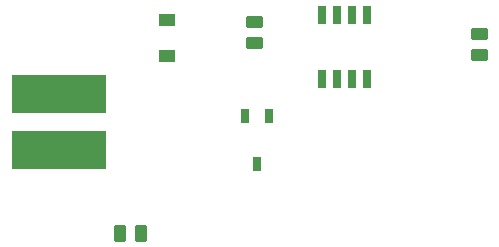
<source format=gbr>
G04 EAGLE Gerber RS-274X export*
G75*
%MOMM*%
%FSLAX34Y34*%
%LPD*%
%INSolderpaste Bottom*%
%IPPOS*%
%AMOC8*
5,1,8,0,0,1.08239X$1,22.5*%
G01*
%ADD10C,0.254000*%
%ADD11R,1.370000X1.120000*%
%ADD12R,0.700000X1.550000*%
%ADD13R,8.000000X3.300000*%
%ADD14R,0.635000X1.270000*%


D10*
X467985Y485180D02*
X467985Y492800D01*
X479415Y492800D01*
X479415Y485180D01*
X467985Y485180D01*
X467985Y487593D02*
X479415Y487593D01*
X479415Y490006D02*
X467985Y490006D01*
X467985Y492419D02*
X479415Y492419D01*
X467985Y475020D02*
X467985Y467400D01*
X467985Y475020D02*
X479415Y475020D01*
X479415Y467400D01*
X467985Y467400D01*
X467985Y469813D02*
X479415Y469813D01*
X479415Y472226D02*
X467985Y472226D01*
X467985Y474639D02*
X479415Y474639D01*
D11*
X400200Y460100D03*
X400200Y490100D03*
D12*
X568950Y440150D03*
X556250Y440150D03*
X543550Y440150D03*
X530850Y440150D03*
X530850Y494650D03*
X543550Y494650D03*
X556250Y494650D03*
X568950Y494650D03*
D13*
X308600Y427400D03*
X308600Y380400D03*
D14*
X476000Y368900D03*
X466000Y408900D03*
X486000Y408900D03*
D10*
X363920Y304485D02*
X356300Y304485D01*
X356300Y315915D01*
X363920Y315915D01*
X363920Y304485D01*
X363920Y306898D02*
X356300Y306898D01*
X356300Y309311D02*
X363920Y309311D01*
X363920Y311724D02*
X356300Y311724D01*
X356300Y314137D02*
X363920Y314137D01*
X374080Y304485D02*
X381700Y304485D01*
X374080Y304485D02*
X374080Y315915D01*
X381700Y315915D01*
X381700Y304485D01*
X381700Y306898D02*
X374080Y306898D01*
X374080Y309311D02*
X381700Y309311D01*
X381700Y311724D02*
X374080Y311724D01*
X374080Y314137D02*
X381700Y314137D01*
X658285Y475280D02*
X658285Y482900D01*
X669715Y482900D01*
X669715Y475280D01*
X658285Y475280D01*
X658285Y477693D02*
X669715Y477693D01*
X669715Y480106D02*
X658285Y480106D01*
X658285Y482519D02*
X669715Y482519D01*
X658285Y465120D02*
X658285Y457500D01*
X658285Y465120D02*
X669715Y465120D01*
X669715Y457500D01*
X658285Y457500D01*
X658285Y459913D02*
X669715Y459913D01*
X669715Y462326D02*
X658285Y462326D01*
X658285Y464739D02*
X669715Y464739D01*
M02*

</source>
